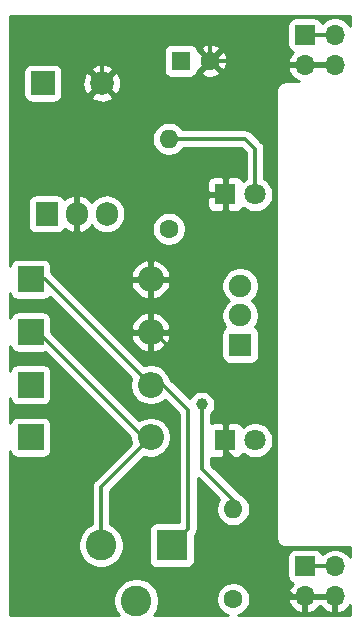
<source format=gbl>
%TF.GenerationSoftware,KiCad,Pcbnew,(5.1.8)-1*%
%TF.CreationDate,2020-12-06T17:51:36-05:00*%
%TF.ProjectId,Breadboar Power Supply v1,42726561-6462-46f6-9172-20506f776572,1.0*%
%TF.SameCoordinates,Original*%
%TF.FileFunction,Copper,L2,Bot*%
%TF.FilePolarity,Positive*%
%FSLAX46Y46*%
G04 Gerber Fmt 4.6, Leading zero omitted, Abs format (unit mm)*
G04 Created by KiCad (PCBNEW (5.1.8)-1) date 2020-12-06 17:51:36*
%MOMM*%
%LPD*%
G01*
G04 APERTURE LIST*
%TA.AperFunction,ComponentPad*%
%ADD10R,2.000000X2.000000*%
%TD*%
%TA.AperFunction,ComponentPad*%
%ADD11C,2.000000*%
%TD*%
%TA.AperFunction,ComponentPad*%
%ADD12R,1.600000X1.600000*%
%TD*%
%TA.AperFunction,ComponentPad*%
%ADD13C,1.600000*%
%TD*%
%TA.AperFunction,ComponentPad*%
%ADD14R,2.200000X2.200000*%
%TD*%
%TA.AperFunction,ComponentPad*%
%ADD15O,2.200000X2.200000*%
%TD*%
%TA.AperFunction,ComponentPad*%
%ADD16C,1.800000*%
%TD*%
%TA.AperFunction,ComponentPad*%
%ADD17R,1.800000X1.800000*%
%TD*%
%TA.AperFunction,ComponentPad*%
%ADD18R,2.600000X2.600000*%
%TD*%
%TA.AperFunction,ComponentPad*%
%ADD19C,2.600000*%
%TD*%
%TA.AperFunction,ComponentPad*%
%ADD20R,1.700000X1.700000*%
%TD*%
%TA.AperFunction,ComponentPad*%
%ADD21O,1.700000X1.700000*%
%TD*%
%TA.AperFunction,ComponentPad*%
%ADD22O,1.600000X1.600000*%
%TD*%
%TA.AperFunction,ComponentPad*%
%ADD23R,1.900000X1.900000*%
%TD*%
%TA.AperFunction,ComponentPad*%
%ADD24C,1.900000*%
%TD*%
%TA.AperFunction,ComponentPad*%
%ADD25R,1.905000X2.000000*%
%TD*%
%TA.AperFunction,ComponentPad*%
%ADD26O,1.905000X2.000000*%
%TD*%
%TA.AperFunction,ViaPad*%
%ADD27C,1.000000*%
%TD*%
%TA.AperFunction,Conductor*%
%ADD28C,0.300000*%
%TD*%
%TA.AperFunction,Conductor*%
%ADD29C,0.254000*%
%TD*%
%TA.AperFunction,Conductor*%
%ADD30C,0.100000*%
%TD*%
G04 APERTURE END LIST*
D10*
%TO.P,C1,1*%
%TO.N,/Vin*%
X175387000Y-90297000D03*
D11*
%TO.P,C1,2*%
%TO.N,/GND*%
X180387000Y-90297000D03*
%TD*%
D12*
%TO.P,C2,1*%
%TO.N,/Vout1*%
X187071000Y-88392000D03*
D13*
%TO.P,C2,2*%
%TO.N,/GND*%
X189571000Y-88392000D03*
%TD*%
D14*
%TO.P,D1,1*%
%TO.N,/Vin*%
X174349001Y-115815333D03*
D15*
%TO.P,D1,2*%
%TO.N,Net-(D1-Pad2)*%
X184509001Y-115815333D03*
%TD*%
%TO.P,D2,2*%
%TO.N,/GND*%
X184509001Y-106908001D03*
D14*
%TO.P,D2,1*%
%TO.N,Net-(D1-Pad2)*%
X174349001Y-106908001D03*
%TD*%
D15*
%TO.P,D3,2*%
%TO.N,Net-(D3-Pad2)*%
X184509001Y-120269000D03*
D14*
%TO.P,D3,1*%
%TO.N,/Vin*%
X174349001Y-120269000D03*
%TD*%
%TO.P,D4,1*%
%TO.N,Net-(D3-Pad2)*%
X174349001Y-111361667D03*
D15*
%TO.P,D4,2*%
%TO.N,/GND*%
X184509001Y-111361667D03*
%TD*%
D16*
%TO.P,D5,2*%
%TO.N,Net-(D5-Pad2)*%
X193367000Y-120523000D03*
D17*
%TO.P,D5,1*%
%TO.N,/GND*%
X190827000Y-120523000D03*
%TD*%
%TO.P,D6,1*%
%TO.N,/GND*%
X190827000Y-99695000D03*
D16*
%TO.P,D6,2*%
%TO.N,Net-(D6-Pad2)*%
X193367000Y-99695000D03*
%TD*%
D18*
%TO.P,J1,1*%
%TO.N,Net-(D1-Pad2)*%
X186309000Y-129413000D03*
D19*
%TO.P,J1,2*%
%TO.N,Net-(D3-Pad2)*%
X180309000Y-129413000D03*
%TO.P,J1,3*%
%TO.N,Net-(J1-Pad3)*%
X183309000Y-134113000D03*
%TD*%
D20*
%TO.P,J2,1*%
%TO.N,/Vout2*%
X197585000Y-86213000D03*
D21*
%TO.P,J2,2*%
X200125000Y-86213000D03*
%TO.P,J2,3*%
%TO.N,/GND*%
X197585000Y-88753000D03*
%TO.P,J2,4*%
X200125000Y-88753000D03*
%TD*%
%TO.P,J3,4*%
%TO.N,/GND*%
X200125000Y-133747000D03*
%TO.P,J3,3*%
X197585000Y-133747000D03*
%TO.P,J3,2*%
%TO.N,/Vout2*%
X200125000Y-131207000D03*
D20*
%TO.P,J3,1*%
X197585000Y-131207000D03*
%TD*%
D22*
%TO.P,R1,2*%
%TO.N,/Vout1*%
X191516000Y-126365000D03*
D13*
%TO.P,R1,1*%
%TO.N,Net-(D5-Pad2)*%
X191516000Y-133985000D03*
%TD*%
%TO.P,R2,1*%
%TO.N,/Vout2*%
X186055000Y-102616000D03*
D22*
%TO.P,R2,2*%
%TO.N,Net-(D6-Pad2)*%
X186055000Y-94996000D03*
%TD*%
D23*
%TO.P,SW1,1*%
%TO.N,/Vout2*%
X192102000Y-112454000D03*
D24*
%TO.P,SW1,2*%
%TO.N,/Vout1*%
X192102000Y-109954000D03*
%TO.P,SW1,3*%
%TO.N,Net-(SW1-Pad3)*%
X192102000Y-107454000D03*
%TD*%
D25*
%TO.P,U1,1*%
%TO.N,/Vin*%
X175709001Y-101346000D03*
D26*
%TO.P,U1,2*%
%TO.N,/GND*%
X178249001Y-101346000D03*
%TO.P,U1,3*%
%TO.N,/Vout1*%
X180789001Y-101346000D03*
%TD*%
D27*
%TO.N,/Vout1*%
X188849000Y-117475000D03*
%TD*%
D28*
%TO.N,/GND*%
X200125000Y-133747000D02*
X197585000Y-133747000D01*
X197585000Y-133747000D02*
X196612000Y-133747000D01*
X196612000Y-133747000D02*
X194437000Y-131572000D01*
X194437000Y-131572000D02*
X194437000Y-124968000D01*
X190827000Y-121358000D02*
X190827000Y-120523000D01*
X194437000Y-124968000D02*
X190827000Y-121358000D01*
X190827000Y-120523000D02*
X190827000Y-117421000D01*
X184767667Y-111361667D02*
X184509001Y-111361667D01*
X190827000Y-117421000D02*
X184767667Y-111361667D01*
X184509001Y-111361667D02*
X184509001Y-106908001D01*
X184509001Y-106908001D02*
X186207999Y-106908001D01*
X190827000Y-102289000D02*
X190827000Y-99695000D01*
X186207999Y-106908001D02*
X190827000Y-102289000D01*
X184509001Y-106908001D02*
X180822001Y-106908001D01*
X178249001Y-104335001D02*
X178249001Y-101346000D01*
X180822001Y-106908001D02*
X178249001Y-104335001D01*
X178249001Y-92434999D02*
X180387000Y-90297000D01*
X178249001Y-101346000D02*
X178249001Y-92434999D01*
X180387000Y-90297000D02*
X180387000Y-88345000D01*
X180387000Y-88345000D02*
X182880000Y-85852000D01*
X182880000Y-85852000D02*
X188849000Y-85852000D01*
X189571000Y-86574000D02*
X189571000Y-88392000D01*
X188849000Y-85852000D02*
X189571000Y-86574000D01*
X189571000Y-88392000D02*
X192151000Y-88392000D01*
X192512000Y-88753000D02*
X197585000Y-88753000D01*
X192151000Y-88392000D02*
X192512000Y-88753000D01*
X197585000Y-88753000D02*
X200125000Y-88753000D01*
%TO.N,/Vout1*%
X188849000Y-122936000D02*
X188849000Y-117475000D01*
X191516000Y-125603000D02*
X188849000Y-122936000D01*
X191516000Y-126365000D02*
X191516000Y-125603000D01*
%TO.N,Net-(D1-Pad2)*%
X175601669Y-106908001D02*
X184509001Y-115815333D01*
X174349001Y-106908001D02*
X175601669Y-106908001D01*
X184509001Y-115815333D02*
X185538333Y-115815333D01*
X185538333Y-115815333D02*
X187706000Y-117983000D01*
X187706000Y-128016000D02*
X186309000Y-129413000D01*
X187706000Y-117983000D02*
X187706000Y-128016000D01*
%TO.N,Net-(D3-Pad2)*%
X184509001Y-120269000D02*
X183769000Y-120269000D01*
X174861667Y-111361667D02*
X174349001Y-111361667D01*
X180309000Y-124469001D02*
X184509001Y-120269000D01*
X180309000Y-129413000D02*
X180309000Y-124469001D01*
X174349001Y-111361667D02*
X174988667Y-111361667D01*
X183896000Y-120269000D02*
X184509001Y-120269000D01*
X174988667Y-111361667D02*
X183896000Y-120269000D01*
%TO.N,Net-(D6-Pad2)*%
X193367000Y-95831000D02*
X193367000Y-99695000D01*
X192532000Y-94996000D02*
X193367000Y-95831000D01*
X186055000Y-94996000D02*
X192532000Y-94996000D01*
%TO.N,/Vout2*%
X200125000Y-131207000D02*
X197585000Y-131207000D01*
X200125000Y-86213000D02*
X197585000Y-86213000D01*
%TD*%
D29*
%TO.N,/GND*%
X201397001Y-85443754D02*
X201278475Y-85266368D01*
X201071632Y-85059525D01*
X200828411Y-84897010D01*
X200558158Y-84785068D01*
X200271260Y-84728000D01*
X199978740Y-84728000D01*
X199691842Y-84785068D01*
X199421589Y-84897010D01*
X199178368Y-85059525D01*
X199046513Y-85191380D01*
X199024502Y-85118820D01*
X198965537Y-85008506D01*
X198886185Y-84911815D01*
X198789494Y-84832463D01*
X198679180Y-84773498D01*
X198559482Y-84737188D01*
X198435000Y-84724928D01*
X196735000Y-84724928D01*
X196610518Y-84737188D01*
X196490820Y-84773498D01*
X196380506Y-84832463D01*
X196283815Y-84911815D01*
X196204463Y-85008506D01*
X196145498Y-85118820D01*
X196109188Y-85238518D01*
X196096928Y-85363000D01*
X196096928Y-87063000D01*
X196109188Y-87187482D01*
X196145498Y-87307180D01*
X196204463Y-87417494D01*
X196283815Y-87514185D01*
X196380506Y-87593537D01*
X196490820Y-87652502D01*
X196571466Y-87676966D01*
X196487412Y-87752731D01*
X196313359Y-87986080D01*
X196188175Y-88248901D01*
X196143524Y-88396110D01*
X196264845Y-88626000D01*
X197458000Y-88626000D01*
X197458000Y-88606000D01*
X197712000Y-88606000D01*
X197712000Y-88626000D01*
X199998000Y-88626000D01*
X199998000Y-88606000D01*
X200252000Y-88606000D01*
X200252000Y-88626000D01*
X200272000Y-88626000D01*
X200272000Y-88880000D01*
X200252000Y-88880000D01*
X200252000Y-88900000D01*
X199998000Y-88900000D01*
X199998000Y-88880000D01*
X197712000Y-88880000D01*
X197712000Y-88900000D01*
X197458000Y-88900000D01*
X197458000Y-88880000D01*
X196264845Y-88880000D01*
X196143524Y-89109890D01*
X196188175Y-89257099D01*
X196313359Y-89519920D01*
X196487412Y-89753269D01*
X196703645Y-89948178D01*
X196953748Y-90097157D01*
X197088620Y-90145000D01*
X195866419Y-90145000D01*
X195834000Y-90141807D01*
X195801581Y-90145000D01*
X195704617Y-90154550D01*
X195580207Y-90192290D01*
X195465550Y-90253575D01*
X195365052Y-90336052D01*
X195282575Y-90436550D01*
X195221290Y-90551207D01*
X195183550Y-90675617D01*
X195170807Y-90805000D01*
X195174001Y-90837429D01*
X195174000Y-128872581D01*
X195170807Y-128905000D01*
X195183550Y-129034383D01*
X195221290Y-129158793D01*
X195282575Y-129273450D01*
X195365052Y-129373948D01*
X195465550Y-129456425D01*
X195580207Y-129517710D01*
X195704617Y-129555450D01*
X195834000Y-129568193D01*
X195866419Y-129565000D01*
X201397001Y-129565000D01*
X201397001Y-130437754D01*
X201278475Y-130260368D01*
X201071632Y-130053525D01*
X200828411Y-129891010D01*
X200558158Y-129779068D01*
X200271260Y-129722000D01*
X199978740Y-129722000D01*
X199691842Y-129779068D01*
X199421589Y-129891010D01*
X199178368Y-130053525D01*
X199046513Y-130185380D01*
X199024502Y-130112820D01*
X198965537Y-130002506D01*
X198886185Y-129905815D01*
X198789494Y-129826463D01*
X198679180Y-129767498D01*
X198559482Y-129731188D01*
X198435000Y-129718928D01*
X196735000Y-129718928D01*
X196610518Y-129731188D01*
X196490820Y-129767498D01*
X196380506Y-129826463D01*
X196283815Y-129905815D01*
X196204463Y-130002506D01*
X196145498Y-130112820D01*
X196109188Y-130232518D01*
X196096928Y-130357000D01*
X196096928Y-132057000D01*
X196109188Y-132181482D01*
X196145498Y-132301180D01*
X196204463Y-132411494D01*
X196283815Y-132508185D01*
X196380506Y-132587537D01*
X196490820Y-132646502D01*
X196571466Y-132670966D01*
X196487412Y-132746731D01*
X196313359Y-132980080D01*
X196188175Y-133242901D01*
X196143524Y-133390110D01*
X196264845Y-133620000D01*
X197458000Y-133620000D01*
X197458000Y-133600000D01*
X197712000Y-133600000D01*
X197712000Y-133620000D01*
X199998000Y-133620000D01*
X199998000Y-133600000D01*
X200252000Y-133600000D01*
X200252000Y-133620000D01*
X200272000Y-133620000D01*
X200272000Y-133874000D01*
X200252000Y-133874000D01*
X200252000Y-135067814D01*
X200481891Y-135188481D01*
X200756252Y-135091157D01*
X201006355Y-134942178D01*
X201222588Y-134747269D01*
X201396641Y-134513920D01*
X201397000Y-134513166D01*
X201397000Y-135357000D01*
X191953533Y-135357000D01*
X192195727Y-135256680D01*
X192430759Y-135099637D01*
X192630637Y-134899759D01*
X192787680Y-134664727D01*
X192895853Y-134403574D01*
X192951000Y-134126335D01*
X192951000Y-134103890D01*
X196143524Y-134103890D01*
X196188175Y-134251099D01*
X196313359Y-134513920D01*
X196487412Y-134747269D01*
X196703645Y-134942178D01*
X196953748Y-135091157D01*
X197228109Y-135188481D01*
X197458000Y-135067814D01*
X197458000Y-133874000D01*
X197712000Y-133874000D01*
X197712000Y-135067814D01*
X197941891Y-135188481D01*
X198216252Y-135091157D01*
X198466355Y-134942178D01*
X198682588Y-134747269D01*
X198855000Y-134516120D01*
X199027412Y-134747269D01*
X199243645Y-134942178D01*
X199493748Y-135091157D01*
X199768109Y-135188481D01*
X199998000Y-135067814D01*
X199998000Y-133874000D01*
X197712000Y-133874000D01*
X197458000Y-133874000D01*
X196264845Y-133874000D01*
X196143524Y-134103890D01*
X192951000Y-134103890D01*
X192951000Y-133843665D01*
X192895853Y-133566426D01*
X192787680Y-133305273D01*
X192630637Y-133070241D01*
X192430759Y-132870363D01*
X192195727Y-132713320D01*
X191934574Y-132605147D01*
X191657335Y-132550000D01*
X191374665Y-132550000D01*
X191097426Y-132605147D01*
X190836273Y-132713320D01*
X190601241Y-132870363D01*
X190401363Y-133070241D01*
X190244320Y-133305273D01*
X190136147Y-133566426D01*
X190081000Y-133843665D01*
X190081000Y-134126335D01*
X190136147Y-134403574D01*
X190244320Y-134664727D01*
X190401363Y-134899759D01*
X190601241Y-135099637D01*
X190836273Y-135256680D01*
X191078467Y-135357000D01*
X184801504Y-135357000D01*
X184812013Y-135346491D01*
X185023775Y-135029566D01*
X185169639Y-134677419D01*
X185244000Y-134303581D01*
X185244000Y-133922419D01*
X185169639Y-133548581D01*
X185023775Y-133196434D01*
X184812013Y-132879509D01*
X184542491Y-132609987D01*
X184225566Y-132398225D01*
X183873419Y-132252361D01*
X183499581Y-132178000D01*
X183118419Y-132178000D01*
X182744581Y-132252361D01*
X182392434Y-132398225D01*
X182075509Y-132609987D01*
X181805987Y-132879509D01*
X181594225Y-133196434D01*
X181448361Y-133548581D01*
X181374000Y-133922419D01*
X181374000Y-134303581D01*
X181448361Y-134677419D01*
X181594225Y-135029566D01*
X181805987Y-135346491D01*
X181816496Y-135357000D01*
X172618000Y-135357000D01*
X172618000Y-121440795D01*
X172623189Y-121493482D01*
X172659499Y-121613180D01*
X172718464Y-121723494D01*
X172797816Y-121820185D01*
X172894507Y-121899537D01*
X173004821Y-121958502D01*
X173124519Y-121994812D01*
X173249001Y-122007072D01*
X175449001Y-122007072D01*
X175573483Y-121994812D01*
X175693181Y-121958502D01*
X175803495Y-121899537D01*
X175900186Y-121820185D01*
X175979538Y-121723494D01*
X176038503Y-121613180D01*
X176074813Y-121493482D01*
X176087073Y-121369000D01*
X176087073Y-119169000D01*
X176074813Y-119044518D01*
X176038503Y-118924820D01*
X175979538Y-118814506D01*
X175900186Y-118717815D01*
X175803495Y-118638463D01*
X175693181Y-118579498D01*
X175573483Y-118543188D01*
X175449001Y-118530928D01*
X173249001Y-118530928D01*
X173124519Y-118543188D01*
X173004821Y-118579498D01*
X172894507Y-118638463D01*
X172797816Y-118717815D01*
X172718464Y-118814506D01*
X172659499Y-118924820D01*
X172623189Y-119044518D01*
X172618000Y-119097205D01*
X172618000Y-116987128D01*
X172623189Y-117039815D01*
X172659499Y-117159513D01*
X172718464Y-117269827D01*
X172797816Y-117366518D01*
X172894507Y-117445870D01*
X173004821Y-117504835D01*
X173124519Y-117541145D01*
X173249001Y-117553405D01*
X175449001Y-117553405D01*
X175573483Y-117541145D01*
X175693181Y-117504835D01*
X175803495Y-117445870D01*
X175900186Y-117366518D01*
X175979538Y-117269827D01*
X176038503Y-117159513D01*
X176074813Y-117039815D01*
X176087073Y-116915333D01*
X176087073Y-114715333D01*
X176074813Y-114590851D01*
X176038503Y-114471153D01*
X175979538Y-114360839D01*
X175900186Y-114264148D01*
X175803495Y-114184796D01*
X175693181Y-114125831D01*
X175573483Y-114089521D01*
X175449001Y-114077261D01*
X173249001Y-114077261D01*
X173124519Y-114089521D01*
X173004821Y-114125831D01*
X172894507Y-114184796D01*
X172797816Y-114264148D01*
X172718464Y-114360839D01*
X172659499Y-114471153D01*
X172623189Y-114590851D01*
X172618000Y-114643538D01*
X172618000Y-112533462D01*
X172623189Y-112586149D01*
X172659499Y-112705847D01*
X172718464Y-112816161D01*
X172797816Y-112912852D01*
X172894507Y-112992204D01*
X173004821Y-113051169D01*
X173124519Y-113087479D01*
X173249001Y-113099739D01*
X175449001Y-113099739D01*
X175573483Y-113087479D01*
X175597144Y-113080301D01*
X182774001Y-120257159D01*
X182774001Y-120439883D01*
X182840676Y-120775081D01*
X182855932Y-120811912D01*
X179781185Y-123886659D01*
X179751237Y-123911237D01*
X179726659Y-123941185D01*
X179726655Y-123941189D01*
X179693690Y-123981357D01*
X179653139Y-124030768D01*
X179614177Y-124103661D01*
X179580246Y-124167142D01*
X179535359Y-124315115D01*
X179520203Y-124469001D01*
X179524001Y-124507564D01*
X179524000Y-127643728D01*
X179392434Y-127698225D01*
X179075509Y-127909987D01*
X178805987Y-128179509D01*
X178594225Y-128496434D01*
X178448361Y-128848581D01*
X178374000Y-129222419D01*
X178374000Y-129603581D01*
X178448361Y-129977419D01*
X178594225Y-130329566D01*
X178805987Y-130646491D01*
X179075509Y-130916013D01*
X179392434Y-131127775D01*
X179744581Y-131273639D01*
X180118419Y-131348000D01*
X180499581Y-131348000D01*
X180873419Y-131273639D01*
X181225566Y-131127775D01*
X181542491Y-130916013D01*
X181812013Y-130646491D01*
X182023775Y-130329566D01*
X182169639Y-129977419D01*
X182244000Y-129603581D01*
X182244000Y-129222419D01*
X182169639Y-128848581D01*
X182023775Y-128496434D01*
X181812013Y-128179509D01*
X181542491Y-127909987D01*
X181225566Y-127698225D01*
X181094000Y-127643729D01*
X181094000Y-124794158D01*
X183966089Y-121922069D01*
X184002920Y-121937325D01*
X184338118Y-122004000D01*
X184679884Y-122004000D01*
X185015082Y-121937325D01*
X185330832Y-121806537D01*
X185614999Y-121616663D01*
X185856664Y-121374998D01*
X186046538Y-121090831D01*
X186177326Y-120775081D01*
X186244001Y-120439883D01*
X186244001Y-120098117D01*
X186177326Y-119762919D01*
X186046538Y-119447169D01*
X185856664Y-119163002D01*
X185614999Y-118921337D01*
X185330832Y-118731463D01*
X185015082Y-118600675D01*
X184679884Y-118534000D01*
X184338118Y-118534000D01*
X184002920Y-118600675D01*
X183687170Y-118731463D01*
X183556159Y-118819001D01*
X176087073Y-111349916D01*
X176087073Y-110261667D01*
X176074813Y-110137185D01*
X176038503Y-110017487D01*
X175979538Y-109907173D01*
X175900186Y-109810482D01*
X175803495Y-109731130D01*
X175693181Y-109672165D01*
X175573483Y-109635855D01*
X175449001Y-109623595D01*
X173249001Y-109623595D01*
X173124519Y-109635855D01*
X173004821Y-109672165D01*
X172894507Y-109731130D01*
X172797816Y-109810482D01*
X172718464Y-109907173D01*
X172659499Y-110017487D01*
X172623189Y-110137185D01*
X172618000Y-110189872D01*
X172618000Y-108079796D01*
X172623189Y-108132483D01*
X172659499Y-108252181D01*
X172718464Y-108362495D01*
X172797816Y-108459186D01*
X172894507Y-108538538D01*
X173004821Y-108597503D01*
X173124519Y-108633813D01*
X173249001Y-108646073D01*
X175449001Y-108646073D01*
X175573483Y-108633813D01*
X175693181Y-108597503D01*
X175803495Y-108538538D01*
X175900186Y-108459186D01*
X175964423Y-108380912D01*
X182855932Y-115272421D01*
X182840676Y-115309252D01*
X182774001Y-115644450D01*
X182774001Y-115986216D01*
X182840676Y-116321414D01*
X182971464Y-116637164D01*
X183161338Y-116921331D01*
X183403003Y-117162996D01*
X183687170Y-117352870D01*
X184002920Y-117483658D01*
X184338118Y-117550333D01*
X184679884Y-117550333D01*
X185015082Y-117483658D01*
X185330832Y-117352870D01*
X185614999Y-117162996D01*
X185695419Y-117082576D01*
X186921000Y-118308158D01*
X186921001Y-127474928D01*
X185009000Y-127474928D01*
X184884518Y-127487188D01*
X184764820Y-127523498D01*
X184654506Y-127582463D01*
X184557815Y-127661815D01*
X184478463Y-127758506D01*
X184419498Y-127868820D01*
X184383188Y-127988518D01*
X184370928Y-128113000D01*
X184370928Y-130713000D01*
X184383188Y-130837482D01*
X184419498Y-130957180D01*
X184478463Y-131067494D01*
X184557815Y-131164185D01*
X184654506Y-131243537D01*
X184764820Y-131302502D01*
X184884518Y-131338812D01*
X185009000Y-131351072D01*
X187609000Y-131351072D01*
X187733482Y-131338812D01*
X187853180Y-131302502D01*
X187963494Y-131243537D01*
X188060185Y-131164185D01*
X188139537Y-131067494D01*
X188198502Y-130957180D01*
X188234812Y-130837482D01*
X188247072Y-130713000D01*
X188247072Y-128587463D01*
X188263764Y-128573764D01*
X188294306Y-128536550D01*
X188327228Y-128496434D01*
X188361862Y-128454233D01*
X188434754Y-128317860D01*
X188479641Y-128169887D01*
X188491000Y-128054561D01*
X188491000Y-128054554D01*
X188494797Y-128016001D01*
X188491000Y-127977448D01*
X188491000Y-123688157D01*
X190341971Y-125539128D01*
X190244320Y-125685273D01*
X190136147Y-125946426D01*
X190081000Y-126223665D01*
X190081000Y-126506335D01*
X190136147Y-126783574D01*
X190244320Y-127044727D01*
X190401363Y-127279759D01*
X190601241Y-127479637D01*
X190836273Y-127636680D01*
X191097426Y-127744853D01*
X191374665Y-127800000D01*
X191657335Y-127800000D01*
X191934574Y-127744853D01*
X192195727Y-127636680D01*
X192430759Y-127479637D01*
X192630637Y-127279759D01*
X192787680Y-127044727D01*
X192895853Y-126783574D01*
X192951000Y-126506335D01*
X192951000Y-126223665D01*
X192895853Y-125946426D01*
X192787680Y-125685273D01*
X192630637Y-125450241D01*
X192430759Y-125250363D01*
X192195727Y-125093320D01*
X192067774Y-125040320D01*
X192043810Y-125020653D01*
X189634000Y-122610843D01*
X189634000Y-121986407D01*
X189682820Y-122012502D01*
X189802518Y-122048812D01*
X189927000Y-122061072D01*
X190541250Y-122058000D01*
X190700000Y-121899250D01*
X190700000Y-120650000D01*
X190680000Y-120650000D01*
X190680000Y-120396000D01*
X190700000Y-120396000D01*
X190700000Y-119146750D01*
X190954000Y-119146750D01*
X190954000Y-120396000D01*
X190974000Y-120396000D01*
X190974000Y-120650000D01*
X190954000Y-120650000D01*
X190954000Y-121899250D01*
X191112750Y-122058000D01*
X191727000Y-122061072D01*
X191851482Y-122048812D01*
X191971180Y-122012502D01*
X192081494Y-121953537D01*
X192178185Y-121874185D01*
X192257537Y-121777494D01*
X192316502Y-121667180D01*
X192322056Y-121648873D01*
X192388495Y-121715312D01*
X192639905Y-121883299D01*
X192919257Y-121999011D01*
X193215816Y-122058000D01*
X193518184Y-122058000D01*
X193814743Y-121999011D01*
X194094095Y-121883299D01*
X194345505Y-121715312D01*
X194559312Y-121501505D01*
X194727299Y-121250095D01*
X194843011Y-120970743D01*
X194902000Y-120674184D01*
X194902000Y-120371816D01*
X194843011Y-120075257D01*
X194727299Y-119795905D01*
X194559312Y-119544495D01*
X194345505Y-119330688D01*
X194094095Y-119162701D01*
X193814743Y-119046989D01*
X193518184Y-118988000D01*
X193215816Y-118988000D01*
X192919257Y-119046989D01*
X192639905Y-119162701D01*
X192388495Y-119330688D01*
X192322056Y-119397127D01*
X192316502Y-119378820D01*
X192257537Y-119268506D01*
X192178185Y-119171815D01*
X192081494Y-119092463D01*
X191971180Y-119033498D01*
X191851482Y-118997188D01*
X191727000Y-118984928D01*
X191112750Y-118988000D01*
X190954000Y-119146750D01*
X190700000Y-119146750D01*
X190541250Y-118988000D01*
X189927000Y-118984928D01*
X189802518Y-118997188D01*
X189682820Y-119033498D01*
X189634000Y-119059593D01*
X189634000Y-118295132D01*
X189730612Y-118198520D01*
X189854824Y-118012624D01*
X189940383Y-117806067D01*
X189984000Y-117586788D01*
X189984000Y-117363212D01*
X189940383Y-117143933D01*
X189854824Y-116937376D01*
X189730612Y-116751480D01*
X189572520Y-116593388D01*
X189386624Y-116469176D01*
X189180067Y-116383617D01*
X188960788Y-116340000D01*
X188737212Y-116340000D01*
X188517933Y-116383617D01*
X188311376Y-116469176D01*
X188125480Y-116593388D01*
X187967388Y-116751480D01*
X187843176Y-116937376D01*
X187821900Y-116988742D01*
X186185996Y-115352839D01*
X186177326Y-115309252D01*
X186046538Y-114993502D01*
X185856664Y-114709335D01*
X185614999Y-114467670D01*
X185330832Y-114277796D01*
X185015082Y-114147008D01*
X184679884Y-114080333D01*
X184338118Y-114080333D01*
X184002920Y-114147008D01*
X183966089Y-114162264D01*
X181561614Y-111757789D01*
X182819826Y-111757789D01*
X182884426Y-111970761D01*
X183034470Y-112275996D01*
X183241179Y-112546094D01*
X183496610Y-112770675D01*
X183790947Y-112941109D01*
X184112878Y-113050846D01*
X184382001Y-112933267D01*
X184382001Y-111488667D01*
X184636001Y-111488667D01*
X184636001Y-112933267D01*
X184905124Y-113050846D01*
X185227055Y-112941109D01*
X185521392Y-112770675D01*
X185776823Y-112546094D01*
X185983532Y-112275996D01*
X186133576Y-111970761D01*
X186198176Y-111757789D01*
X186086852Y-111504000D01*
X190513928Y-111504000D01*
X190513928Y-113404000D01*
X190526188Y-113528482D01*
X190562498Y-113648180D01*
X190621463Y-113758494D01*
X190700815Y-113855185D01*
X190797506Y-113934537D01*
X190907820Y-113993502D01*
X191027518Y-114029812D01*
X191152000Y-114042072D01*
X193052000Y-114042072D01*
X193176482Y-114029812D01*
X193296180Y-113993502D01*
X193406494Y-113934537D01*
X193503185Y-113855185D01*
X193582537Y-113758494D01*
X193641502Y-113648180D01*
X193677812Y-113528482D01*
X193690072Y-113404000D01*
X193690072Y-111504000D01*
X193677812Y-111379518D01*
X193641502Y-111259820D01*
X193582537Y-111149506D01*
X193503185Y-111052815D01*
X193406494Y-110973463D01*
X193347979Y-110942186D01*
X193506609Y-110704779D01*
X193626089Y-110416327D01*
X193687000Y-110110109D01*
X193687000Y-109797891D01*
X193626089Y-109491673D01*
X193506609Y-109203221D01*
X193333150Y-108943621D01*
X193112379Y-108722850D01*
X193084168Y-108704000D01*
X193112379Y-108685150D01*
X193333150Y-108464379D01*
X193506609Y-108204779D01*
X193626089Y-107916327D01*
X193687000Y-107610109D01*
X193687000Y-107297891D01*
X193626089Y-106991673D01*
X193506609Y-106703221D01*
X193333150Y-106443621D01*
X193112379Y-106222850D01*
X192852779Y-106049391D01*
X192564327Y-105929911D01*
X192258109Y-105869000D01*
X191945891Y-105869000D01*
X191639673Y-105929911D01*
X191351221Y-106049391D01*
X191091621Y-106222850D01*
X190870850Y-106443621D01*
X190697391Y-106703221D01*
X190577911Y-106991673D01*
X190517000Y-107297891D01*
X190517000Y-107610109D01*
X190577911Y-107916327D01*
X190697391Y-108204779D01*
X190870850Y-108464379D01*
X191091621Y-108685150D01*
X191119832Y-108704000D01*
X191091621Y-108722850D01*
X190870850Y-108943621D01*
X190697391Y-109203221D01*
X190577911Y-109491673D01*
X190517000Y-109797891D01*
X190517000Y-110110109D01*
X190577911Y-110416327D01*
X190697391Y-110704779D01*
X190856021Y-110942186D01*
X190797506Y-110973463D01*
X190700815Y-111052815D01*
X190621463Y-111149506D01*
X190562498Y-111259820D01*
X190526188Y-111379518D01*
X190513928Y-111504000D01*
X186086852Y-111504000D01*
X186080126Y-111488667D01*
X184636001Y-111488667D01*
X184382001Y-111488667D01*
X182937876Y-111488667D01*
X182819826Y-111757789D01*
X181561614Y-111757789D01*
X180769370Y-110965545D01*
X182819826Y-110965545D01*
X182937876Y-111234667D01*
X184382001Y-111234667D01*
X184382001Y-109790067D01*
X184636001Y-109790067D01*
X184636001Y-111234667D01*
X186080126Y-111234667D01*
X186198176Y-110965545D01*
X186133576Y-110752573D01*
X185983532Y-110447338D01*
X185776823Y-110177240D01*
X185521392Y-109952659D01*
X185227055Y-109782225D01*
X184905124Y-109672488D01*
X184636001Y-109790067D01*
X184382001Y-109790067D01*
X184112878Y-109672488D01*
X183790947Y-109782225D01*
X183496610Y-109952659D01*
X183241179Y-110177240D01*
X183034470Y-110447338D01*
X182884426Y-110752573D01*
X182819826Y-110965545D01*
X180769370Y-110965545D01*
X177107948Y-107304123D01*
X182819826Y-107304123D01*
X182884426Y-107517095D01*
X183034470Y-107822330D01*
X183241179Y-108092428D01*
X183496610Y-108317009D01*
X183790947Y-108487443D01*
X184112878Y-108597180D01*
X184382001Y-108479601D01*
X184382001Y-107035001D01*
X184636001Y-107035001D01*
X184636001Y-108479601D01*
X184905124Y-108597180D01*
X185227055Y-108487443D01*
X185521392Y-108317009D01*
X185776823Y-108092428D01*
X185983532Y-107822330D01*
X186133576Y-107517095D01*
X186198176Y-107304123D01*
X186080126Y-107035001D01*
X184636001Y-107035001D01*
X184382001Y-107035001D01*
X182937876Y-107035001D01*
X182819826Y-107304123D01*
X177107948Y-107304123D01*
X176315704Y-106511879D01*
X182819826Y-106511879D01*
X182937876Y-106781001D01*
X184382001Y-106781001D01*
X184382001Y-105336401D01*
X184636001Y-105336401D01*
X184636001Y-106781001D01*
X186080126Y-106781001D01*
X186198176Y-106511879D01*
X186133576Y-106298907D01*
X185983532Y-105993672D01*
X185776823Y-105723574D01*
X185521392Y-105498993D01*
X185227055Y-105328559D01*
X184905124Y-105218822D01*
X184636001Y-105336401D01*
X184382001Y-105336401D01*
X184112878Y-105218822D01*
X183790947Y-105328559D01*
X183496610Y-105498993D01*
X183241179Y-105723574D01*
X183034470Y-105993672D01*
X182884426Y-106298907D01*
X182819826Y-106511879D01*
X176315704Y-106511879D01*
X176184016Y-106380191D01*
X176159433Y-106350237D01*
X176087073Y-106290852D01*
X176087073Y-105808001D01*
X176074813Y-105683519D01*
X176038503Y-105563821D01*
X175979538Y-105453507D01*
X175900186Y-105356816D01*
X175803495Y-105277464D01*
X175693181Y-105218499D01*
X175573483Y-105182189D01*
X175449001Y-105169929D01*
X173249001Y-105169929D01*
X173124519Y-105182189D01*
X173004821Y-105218499D01*
X172894507Y-105277464D01*
X172797816Y-105356816D01*
X172718464Y-105453507D01*
X172659499Y-105563821D01*
X172623189Y-105683519D01*
X172618000Y-105736206D01*
X172618000Y-100346000D01*
X174118429Y-100346000D01*
X174118429Y-102346000D01*
X174130689Y-102470482D01*
X174166999Y-102590180D01*
X174225964Y-102700494D01*
X174305316Y-102797185D01*
X174402007Y-102876537D01*
X174512321Y-102935502D01*
X174632019Y-102971812D01*
X174756501Y-102984072D01*
X176661501Y-102984072D01*
X176785983Y-102971812D01*
X176905681Y-102935502D01*
X177015995Y-102876537D01*
X177112686Y-102797185D01*
X177192038Y-102700494D01*
X177241060Y-102608781D01*
X177382078Y-102721969D01*
X177657907Y-102865571D01*
X177876021Y-102936563D01*
X178122001Y-102816594D01*
X178122001Y-101473000D01*
X178102001Y-101473000D01*
X178102001Y-101219000D01*
X178122001Y-101219000D01*
X178122001Y-99875406D01*
X178376001Y-99875406D01*
X178376001Y-101219000D01*
X178396001Y-101219000D01*
X178396001Y-101473000D01*
X178376001Y-101473000D01*
X178376001Y-102816594D01*
X178621981Y-102936563D01*
X178840095Y-102865571D01*
X179115924Y-102721969D01*
X179358438Y-102527315D01*
X179513838Y-102342101D01*
X179661038Y-102521463D01*
X179902767Y-102719845D01*
X180178553Y-102867255D01*
X180477798Y-102958030D01*
X180789001Y-102988681D01*
X181100205Y-102958030D01*
X181399450Y-102867255D01*
X181675236Y-102719845D01*
X181916964Y-102521463D01*
X181955370Y-102474665D01*
X184620000Y-102474665D01*
X184620000Y-102757335D01*
X184675147Y-103034574D01*
X184783320Y-103295727D01*
X184940363Y-103530759D01*
X185140241Y-103730637D01*
X185375273Y-103887680D01*
X185636426Y-103995853D01*
X185913665Y-104051000D01*
X186196335Y-104051000D01*
X186473574Y-103995853D01*
X186734727Y-103887680D01*
X186969759Y-103730637D01*
X187169637Y-103530759D01*
X187326680Y-103295727D01*
X187434853Y-103034574D01*
X187490000Y-102757335D01*
X187490000Y-102474665D01*
X187434853Y-102197426D01*
X187326680Y-101936273D01*
X187169637Y-101701241D01*
X186969759Y-101501363D01*
X186734727Y-101344320D01*
X186473574Y-101236147D01*
X186196335Y-101181000D01*
X185913665Y-101181000D01*
X185636426Y-101236147D01*
X185375273Y-101344320D01*
X185140241Y-101501363D01*
X184940363Y-101701241D01*
X184783320Y-101936273D01*
X184675147Y-102197426D01*
X184620000Y-102474665D01*
X181955370Y-102474665D01*
X182115346Y-102279734D01*
X182262756Y-102003948D01*
X182353531Y-101704703D01*
X182376501Y-101471485D01*
X182376501Y-101220514D01*
X182353531Y-100987296D01*
X182262756Y-100688051D01*
X182213020Y-100595000D01*
X189288928Y-100595000D01*
X189301188Y-100719482D01*
X189337498Y-100839180D01*
X189396463Y-100949494D01*
X189475815Y-101046185D01*
X189572506Y-101125537D01*
X189682820Y-101184502D01*
X189802518Y-101220812D01*
X189927000Y-101233072D01*
X190541250Y-101230000D01*
X190700000Y-101071250D01*
X190700000Y-99822000D01*
X189450750Y-99822000D01*
X189292000Y-99980750D01*
X189288928Y-100595000D01*
X182213020Y-100595000D01*
X182115346Y-100412265D01*
X181916964Y-100170537D01*
X181675235Y-99972155D01*
X181399449Y-99824745D01*
X181100204Y-99733970D01*
X180789001Y-99703319D01*
X180477797Y-99733970D01*
X180178552Y-99824745D01*
X179902766Y-99972155D01*
X179661038Y-100170537D01*
X179513839Y-100349900D01*
X179358438Y-100164685D01*
X179115924Y-99970031D01*
X178840095Y-99826429D01*
X178621981Y-99755437D01*
X178376001Y-99875406D01*
X178122001Y-99875406D01*
X177876021Y-99755437D01*
X177657907Y-99826429D01*
X177382078Y-99970031D01*
X177241060Y-100083219D01*
X177192038Y-99991506D01*
X177112686Y-99894815D01*
X177015995Y-99815463D01*
X176905681Y-99756498D01*
X176785983Y-99720188D01*
X176661501Y-99707928D01*
X174756501Y-99707928D01*
X174632019Y-99720188D01*
X174512321Y-99756498D01*
X174402007Y-99815463D01*
X174305316Y-99894815D01*
X174225964Y-99991506D01*
X174166999Y-100101820D01*
X174130689Y-100221518D01*
X174118429Y-100346000D01*
X172618000Y-100346000D01*
X172618000Y-98795000D01*
X189288928Y-98795000D01*
X189292000Y-99409250D01*
X189450750Y-99568000D01*
X190700000Y-99568000D01*
X190700000Y-98318750D01*
X190541250Y-98160000D01*
X189927000Y-98156928D01*
X189802518Y-98169188D01*
X189682820Y-98205498D01*
X189572506Y-98264463D01*
X189475815Y-98343815D01*
X189396463Y-98440506D01*
X189337498Y-98550820D01*
X189301188Y-98670518D01*
X189288928Y-98795000D01*
X172618000Y-98795000D01*
X172618000Y-94854665D01*
X184620000Y-94854665D01*
X184620000Y-95137335D01*
X184675147Y-95414574D01*
X184783320Y-95675727D01*
X184940363Y-95910759D01*
X185140241Y-96110637D01*
X185375273Y-96267680D01*
X185636426Y-96375853D01*
X185913665Y-96431000D01*
X186196335Y-96431000D01*
X186473574Y-96375853D01*
X186734727Y-96267680D01*
X186969759Y-96110637D01*
X187169637Y-95910759D01*
X187256339Y-95781000D01*
X192206843Y-95781000D01*
X192582000Y-96156158D01*
X192582001Y-98373391D01*
X192388495Y-98502688D01*
X192322056Y-98569127D01*
X192316502Y-98550820D01*
X192257537Y-98440506D01*
X192178185Y-98343815D01*
X192081494Y-98264463D01*
X191971180Y-98205498D01*
X191851482Y-98169188D01*
X191727000Y-98156928D01*
X191112750Y-98160000D01*
X190954000Y-98318750D01*
X190954000Y-99568000D01*
X190974000Y-99568000D01*
X190974000Y-99822000D01*
X190954000Y-99822000D01*
X190954000Y-101071250D01*
X191112750Y-101230000D01*
X191727000Y-101233072D01*
X191851482Y-101220812D01*
X191971180Y-101184502D01*
X192081494Y-101125537D01*
X192178185Y-101046185D01*
X192257537Y-100949494D01*
X192316502Y-100839180D01*
X192322056Y-100820873D01*
X192388495Y-100887312D01*
X192639905Y-101055299D01*
X192919257Y-101171011D01*
X193215816Y-101230000D01*
X193518184Y-101230000D01*
X193814743Y-101171011D01*
X194094095Y-101055299D01*
X194345505Y-100887312D01*
X194559312Y-100673505D01*
X194727299Y-100422095D01*
X194843011Y-100142743D01*
X194902000Y-99846184D01*
X194902000Y-99543816D01*
X194843011Y-99247257D01*
X194727299Y-98967905D01*
X194559312Y-98716495D01*
X194345505Y-98502688D01*
X194152000Y-98373392D01*
X194152000Y-95869552D01*
X194155797Y-95830999D01*
X194152000Y-95792446D01*
X194152000Y-95792439D01*
X194140641Y-95677113D01*
X194095754Y-95529140D01*
X194022862Y-95392767D01*
X193924764Y-95273236D01*
X193894817Y-95248659D01*
X193114347Y-94468190D01*
X193089764Y-94438236D01*
X192970233Y-94340138D01*
X192833860Y-94267246D01*
X192685887Y-94222359D01*
X192570561Y-94211000D01*
X192570553Y-94211000D01*
X192532000Y-94207203D01*
X192493447Y-94211000D01*
X187256339Y-94211000D01*
X187169637Y-94081241D01*
X186969759Y-93881363D01*
X186734727Y-93724320D01*
X186473574Y-93616147D01*
X186196335Y-93561000D01*
X185913665Y-93561000D01*
X185636426Y-93616147D01*
X185375273Y-93724320D01*
X185140241Y-93881363D01*
X184940363Y-94081241D01*
X184783320Y-94316273D01*
X184675147Y-94577426D01*
X184620000Y-94854665D01*
X172618000Y-94854665D01*
X172618000Y-89297000D01*
X173748928Y-89297000D01*
X173748928Y-91297000D01*
X173761188Y-91421482D01*
X173797498Y-91541180D01*
X173856463Y-91651494D01*
X173935815Y-91748185D01*
X174032506Y-91827537D01*
X174142820Y-91886502D01*
X174262518Y-91922812D01*
X174387000Y-91935072D01*
X176387000Y-91935072D01*
X176511482Y-91922812D01*
X176631180Y-91886502D01*
X176741494Y-91827537D01*
X176838185Y-91748185D01*
X176917537Y-91651494D01*
X176976502Y-91541180D01*
X177009496Y-91432413D01*
X179431192Y-91432413D01*
X179526956Y-91696814D01*
X179816571Y-91837704D01*
X180128108Y-91919384D01*
X180449595Y-91938718D01*
X180768675Y-91894961D01*
X181073088Y-91789795D01*
X181247044Y-91696814D01*
X181342808Y-91432413D01*
X180387000Y-90476605D01*
X179431192Y-91432413D01*
X177009496Y-91432413D01*
X177012812Y-91421482D01*
X177025072Y-91297000D01*
X177025072Y-90359595D01*
X178745282Y-90359595D01*
X178789039Y-90678675D01*
X178894205Y-90983088D01*
X178987186Y-91157044D01*
X179251587Y-91252808D01*
X180207395Y-90297000D01*
X180566605Y-90297000D01*
X181522413Y-91252808D01*
X181786814Y-91157044D01*
X181927704Y-90867429D01*
X182009384Y-90555892D01*
X182028718Y-90234405D01*
X181984961Y-89915325D01*
X181879795Y-89610912D01*
X181786814Y-89436956D01*
X181522413Y-89341192D01*
X180566605Y-90297000D01*
X180207395Y-90297000D01*
X179251587Y-89341192D01*
X178987186Y-89436956D01*
X178846296Y-89726571D01*
X178764616Y-90038108D01*
X178745282Y-90359595D01*
X177025072Y-90359595D01*
X177025072Y-89297000D01*
X177012812Y-89172518D01*
X177009497Y-89161587D01*
X179431192Y-89161587D01*
X180387000Y-90117395D01*
X181342808Y-89161587D01*
X181247044Y-88897186D01*
X180957429Y-88756296D01*
X180645892Y-88674616D01*
X180324405Y-88655282D01*
X180005325Y-88699039D01*
X179700912Y-88804205D01*
X179526956Y-88897186D01*
X179431192Y-89161587D01*
X177009497Y-89161587D01*
X176976502Y-89052820D01*
X176917537Y-88942506D01*
X176838185Y-88845815D01*
X176741494Y-88766463D01*
X176631180Y-88707498D01*
X176511482Y-88671188D01*
X176387000Y-88658928D01*
X174387000Y-88658928D01*
X174262518Y-88671188D01*
X174142820Y-88707498D01*
X174032506Y-88766463D01*
X173935815Y-88845815D01*
X173856463Y-88942506D01*
X173797498Y-89052820D01*
X173761188Y-89172518D01*
X173748928Y-89297000D01*
X172618000Y-89297000D01*
X172618000Y-87592000D01*
X185632928Y-87592000D01*
X185632928Y-89192000D01*
X185645188Y-89316482D01*
X185681498Y-89436180D01*
X185740463Y-89546494D01*
X185819815Y-89643185D01*
X185916506Y-89722537D01*
X186026820Y-89781502D01*
X186146518Y-89817812D01*
X186271000Y-89830072D01*
X187871000Y-89830072D01*
X187995482Y-89817812D01*
X188115180Y-89781502D01*
X188225494Y-89722537D01*
X188322185Y-89643185D01*
X188401537Y-89546494D01*
X188460502Y-89436180D01*
X188476117Y-89384702D01*
X188757903Y-89384702D01*
X188829486Y-89628671D01*
X189084996Y-89749571D01*
X189359184Y-89818300D01*
X189641512Y-89832217D01*
X189921130Y-89790787D01*
X190187292Y-89695603D01*
X190312514Y-89628671D01*
X190384097Y-89384702D01*
X189571000Y-88571605D01*
X188757903Y-89384702D01*
X188476117Y-89384702D01*
X188496812Y-89316482D01*
X188509072Y-89192000D01*
X188509072Y-89184785D01*
X188578298Y-89205097D01*
X189391395Y-88392000D01*
X189750605Y-88392000D01*
X190563702Y-89205097D01*
X190807671Y-89133514D01*
X190928571Y-88878004D01*
X190997300Y-88603816D01*
X191011217Y-88321488D01*
X190969787Y-88041870D01*
X190874603Y-87775708D01*
X190807671Y-87650486D01*
X190563702Y-87578903D01*
X189750605Y-88392000D01*
X189391395Y-88392000D01*
X188578298Y-87578903D01*
X188509072Y-87599215D01*
X188509072Y-87592000D01*
X188496812Y-87467518D01*
X188476118Y-87399298D01*
X188757903Y-87399298D01*
X189571000Y-88212395D01*
X190384097Y-87399298D01*
X190312514Y-87155329D01*
X190057004Y-87034429D01*
X189782816Y-86965700D01*
X189500488Y-86951783D01*
X189220870Y-86993213D01*
X188954708Y-87088397D01*
X188829486Y-87155329D01*
X188757903Y-87399298D01*
X188476118Y-87399298D01*
X188460502Y-87347820D01*
X188401537Y-87237506D01*
X188322185Y-87140815D01*
X188225494Y-87061463D01*
X188115180Y-87002498D01*
X187995482Y-86966188D01*
X187871000Y-86953928D01*
X186271000Y-86953928D01*
X186146518Y-86966188D01*
X186026820Y-87002498D01*
X185916506Y-87061463D01*
X185819815Y-87140815D01*
X185740463Y-87237506D01*
X185681498Y-87347820D01*
X185645188Y-87467518D01*
X185632928Y-87592000D01*
X172618000Y-87592000D01*
X172618000Y-84607000D01*
X201397001Y-84607000D01*
X201397001Y-85443754D01*
%TA.AperFunction,Conductor*%
D30*
G36*
X201397001Y-85443754D02*
G01*
X201278475Y-85266368D01*
X201071632Y-85059525D01*
X200828411Y-84897010D01*
X200558158Y-84785068D01*
X200271260Y-84728000D01*
X199978740Y-84728000D01*
X199691842Y-84785068D01*
X199421589Y-84897010D01*
X199178368Y-85059525D01*
X199046513Y-85191380D01*
X199024502Y-85118820D01*
X198965537Y-85008506D01*
X198886185Y-84911815D01*
X198789494Y-84832463D01*
X198679180Y-84773498D01*
X198559482Y-84737188D01*
X198435000Y-84724928D01*
X196735000Y-84724928D01*
X196610518Y-84737188D01*
X196490820Y-84773498D01*
X196380506Y-84832463D01*
X196283815Y-84911815D01*
X196204463Y-85008506D01*
X196145498Y-85118820D01*
X196109188Y-85238518D01*
X196096928Y-85363000D01*
X196096928Y-87063000D01*
X196109188Y-87187482D01*
X196145498Y-87307180D01*
X196204463Y-87417494D01*
X196283815Y-87514185D01*
X196380506Y-87593537D01*
X196490820Y-87652502D01*
X196571466Y-87676966D01*
X196487412Y-87752731D01*
X196313359Y-87986080D01*
X196188175Y-88248901D01*
X196143524Y-88396110D01*
X196264845Y-88626000D01*
X197458000Y-88626000D01*
X197458000Y-88606000D01*
X197712000Y-88606000D01*
X197712000Y-88626000D01*
X199998000Y-88626000D01*
X199998000Y-88606000D01*
X200252000Y-88606000D01*
X200252000Y-88626000D01*
X200272000Y-88626000D01*
X200272000Y-88880000D01*
X200252000Y-88880000D01*
X200252000Y-88900000D01*
X199998000Y-88900000D01*
X199998000Y-88880000D01*
X197712000Y-88880000D01*
X197712000Y-88900000D01*
X197458000Y-88900000D01*
X197458000Y-88880000D01*
X196264845Y-88880000D01*
X196143524Y-89109890D01*
X196188175Y-89257099D01*
X196313359Y-89519920D01*
X196487412Y-89753269D01*
X196703645Y-89948178D01*
X196953748Y-90097157D01*
X197088620Y-90145000D01*
X195866419Y-90145000D01*
X195834000Y-90141807D01*
X195801581Y-90145000D01*
X195704617Y-90154550D01*
X195580207Y-90192290D01*
X195465550Y-90253575D01*
X195365052Y-90336052D01*
X195282575Y-90436550D01*
X195221290Y-90551207D01*
X195183550Y-90675617D01*
X195170807Y-90805000D01*
X195174001Y-90837429D01*
X195174000Y-128872581D01*
X195170807Y-128905000D01*
X195183550Y-129034383D01*
X195221290Y-129158793D01*
X195282575Y-129273450D01*
X195365052Y-129373948D01*
X195465550Y-129456425D01*
X195580207Y-129517710D01*
X195704617Y-129555450D01*
X195834000Y-129568193D01*
X195866419Y-129565000D01*
X201397001Y-129565000D01*
X201397001Y-130437754D01*
X201278475Y-130260368D01*
X201071632Y-130053525D01*
X200828411Y-129891010D01*
X200558158Y-129779068D01*
X200271260Y-129722000D01*
X199978740Y-129722000D01*
X199691842Y-129779068D01*
X199421589Y-129891010D01*
X199178368Y-130053525D01*
X199046513Y-130185380D01*
X199024502Y-130112820D01*
X198965537Y-130002506D01*
X198886185Y-129905815D01*
X198789494Y-129826463D01*
X198679180Y-129767498D01*
X198559482Y-129731188D01*
X198435000Y-129718928D01*
X196735000Y-129718928D01*
X196610518Y-129731188D01*
X196490820Y-129767498D01*
X196380506Y-129826463D01*
X196283815Y-129905815D01*
X196204463Y-130002506D01*
X196145498Y-130112820D01*
X196109188Y-130232518D01*
X196096928Y-130357000D01*
X196096928Y-132057000D01*
X196109188Y-132181482D01*
X196145498Y-132301180D01*
X196204463Y-132411494D01*
X196283815Y-132508185D01*
X196380506Y-132587537D01*
X196490820Y-132646502D01*
X196571466Y-132670966D01*
X196487412Y-132746731D01*
X196313359Y-132980080D01*
X196188175Y-133242901D01*
X196143524Y-133390110D01*
X196264845Y-133620000D01*
X197458000Y-133620000D01*
X197458000Y-133600000D01*
X197712000Y-133600000D01*
X197712000Y-133620000D01*
X199998000Y-133620000D01*
X199998000Y-133600000D01*
X200252000Y-133600000D01*
X200252000Y-133620000D01*
X200272000Y-133620000D01*
X200272000Y-133874000D01*
X200252000Y-133874000D01*
X200252000Y-135067814D01*
X200481891Y-135188481D01*
X200756252Y-135091157D01*
X201006355Y-134942178D01*
X201222588Y-134747269D01*
X201396641Y-134513920D01*
X201397000Y-134513166D01*
X201397000Y-135357000D01*
X191953533Y-135357000D01*
X192195727Y-135256680D01*
X192430759Y-135099637D01*
X192630637Y-134899759D01*
X192787680Y-134664727D01*
X192895853Y-134403574D01*
X192951000Y-134126335D01*
X192951000Y-134103890D01*
X196143524Y-134103890D01*
X196188175Y-134251099D01*
X196313359Y-134513920D01*
X196487412Y-134747269D01*
X196703645Y-134942178D01*
X196953748Y-135091157D01*
X197228109Y-135188481D01*
X197458000Y-135067814D01*
X197458000Y-133874000D01*
X197712000Y-133874000D01*
X197712000Y-135067814D01*
X197941891Y-135188481D01*
X198216252Y-135091157D01*
X198466355Y-134942178D01*
X198682588Y-134747269D01*
X198855000Y-134516120D01*
X199027412Y-134747269D01*
X199243645Y-134942178D01*
X199493748Y-135091157D01*
X199768109Y-135188481D01*
X199998000Y-135067814D01*
X199998000Y-133874000D01*
X197712000Y-133874000D01*
X197458000Y-133874000D01*
X196264845Y-133874000D01*
X196143524Y-134103890D01*
X192951000Y-134103890D01*
X192951000Y-133843665D01*
X192895853Y-133566426D01*
X192787680Y-133305273D01*
X192630637Y-133070241D01*
X192430759Y-132870363D01*
X192195727Y-132713320D01*
X191934574Y-132605147D01*
X191657335Y-132550000D01*
X191374665Y-132550000D01*
X191097426Y-132605147D01*
X190836273Y-132713320D01*
X190601241Y-132870363D01*
X190401363Y-133070241D01*
X190244320Y-133305273D01*
X190136147Y-133566426D01*
X190081000Y-133843665D01*
X190081000Y-134126335D01*
X190136147Y-134403574D01*
X190244320Y-134664727D01*
X190401363Y-134899759D01*
X190601241Y-135099637D01*
X190836273Y-135256680D01*
X191078467Y-135357000D01*
X184801504Y-135357000D01*
X184812013Y-135346491D01*
X185023775Y-135029566D01*
X185169639Y-134677419D01*
X185244000Y-134303581D01*
X185244000Y-133922419D01*
X185169639Y-133548581D01*
X185023775Y-133196434D01*
X184812013Y-132879509D01*
X184542491Y-132609987D01*
X184225566Y-132398225D01*
X183873419Y-132252361D01*
X183499581Y-132178000D01*
X183118419Y-132178000D01*
X182744581Y-132252361D01*
X182392434Y-132398225D01*
X182075509Y-132609987D01*
X181805987Y-132879509D01*
X181594225Y-133196434D01*
X181448361Y-133548581D01*
X181374000Y-133922419D01*
X181374000Y-134303581D01*
X181448361Y-134677419D01*
X181594225Y-135029566D01*
X181805987Y-135346491D01*
X181816496Y-135357000D01*
X172618000Y-135357000D01*
X172618000Y-121440795D01*
X172623189Y-121493482D01*
X172659499Y-121613180D01*
X172718464Y-121723494D01*
X172797816Y-121820185D01*
X172894507Y-121899537D01*
X173004821Y-121958502D01*
X173124519Y-121994812D01*
X173249001Y-122007072D01*
X175449001Y-122007072D01*
X175573483Y-121994812D01*
X175693181Y-121958502D01*
X175803495Y-121899537D01*
X175900186Y-121820185D01*
X175979538Y-121723494D01*
X176038503Y-121613180D01*
X176074813Y-121493482D01*
X176087073Y-121369000D01*
X176087073Y-119169000D01*
X176074813Y-119044518D01*
X176038503Y-118924820D01*
X175979538Y-118814506D01*
X175900186Y-118717815D01*
X175803495Y-118638463D01*
X175693181Y-118579498D01*
X175573483Y-118543188D01*
X175449001Y-118530928D01*
X173249001Y-118530928D01*
X173124519Y-118543188D01*
X173004821Y-118579498D01*
X172894507Y-118638463D01*
X172797816Y-118717815D01*
X172718464Y-118814506D01*
X172659499Y-118924820D01*
X172623189Y-119044518D01*
X172618000Y-119097205D01*
X172618000Y-116987128D01*
X172623189Y-117039815D01*
X172659499Y-117159513D01*
X172718464Y-117269827D01*
X172797816Y-117366518D01*
X172894507Y-117445870D01*
X173004821Y-117504835D01*
X173124519Y-117541145D01*
X173249001Y-117553405D01*
X175449001Y-117553405D01*
X175573483Y-117541145D01*
X175693181Y-117504835D01*
X175803495Y-117445870D01*
X175900186Y-117366518D01*
X175979538Y-117269827D01*
X176038503Y-117159513D01*
X176074813Y-117039815D01*
X176087073Y-116915333D01*
X176087073Y-114715333D01*
X176074813Y-114590851D01*
X176038503Y-114471153D01*
X175979538Y-114360839D01*
X175900186Y-114264148D01*
X175803495Y-114184796D01*
X175693181Y-114125831D01*
X175573483Y-114089521D01*
X175449001Y-114077261D01*
X173249001Y-114077261D01*
X173124519Y-114089521D01*
X173004821Y-114125831D01*
X172894507Y-114184796D01*
X172797816Y-114264148D01*
X172718464Y-114360839D01*
X172659499Y-114471153D01*
X172623189Y-114590851D01*
X172618000Y-114643538D01*
X172618000Y-112533462D01*
X172623189Y-112586149D01*
X172659499Y-112705847D01*
X172718464Y-112816161D01*
X172797816Y-112912852D01*
X172894507Y-112992204D01*
X173004821Y-113051169D01*
X173124519Y-113087479D01*
X173249001Y-113099739D01*
X175449001Y-113099739D01*
X175573483Y-113087479D01*
X175597144Y-113080301D01*
X182774001Y-120257159D01*
X182774001Y-120439883D01*
X182840676Y-120775081D01*
X182855932Y-120811912D01*
X179781185Y-123886659D01*
X179751237Y-123911237D01*
X179726659Y-123941185D01*
X179726655Y-123941189D01*
X179693690Y-123981357D01*
X179653139Y-124030768D01*
X179614177Y-124103661D01*
X179580246Y-124167142D01*
X179535359Y-124315115D01*
X179520203Y-124469001D01*
X179524001Y-124507564D01*
X179524000Y-127643728D01*
X179392434Y-127698225D01*
X179075509Y-127909987D01*
X178805987Y-128179509D01*
X178594225Y-128496434D01*
X178448361Y-128848581D01*
X178374000Y-129222419D01*
X178374000Y-129603581D01*
X178448361Y-129977419D01*
X178594225Y-130329566D01*
X178805987Y-130646491D01*
X179075509Y-130916013D01*
X179392434Y-131127775D01*
X179744581Y-131273639D01*
X180118419Y-131348000D01*
X180499581Y-131348000D01*
X180873419Y-131273639D01*
X181225566Y-131127775D01*
X181542491Y-130916013D01*
X181812013Y-130646491D01*
X182023775Y-130329566D01*
X182169639Y-129977419D01*
X182244000Y-129603581D01*
X182244000Y-129222419D01*
X182169639Y-128848581D01*
X182023775Y-128496434D01*
X181812013Y-128179509D01*
X181542491Y-127909987D01*
X181225566Y-127698225D01*
X181094000Y-127643729D01*
X181094000Y-124794158D01*
X183966089Y-121922069D01*
X184002920Y-121937325D01*
X184338118Y-122004000D01*
X184679884Y-122004000D01*
X185015082Y-121937325D01*
X185330832Y-121806537D01*
X185614999Y-121616663D01*
X185856664Y-121374998D01*
X186046538Y-121090831D01*
X186177326Y-120775081D01*
X186244001Y-120439883D01*
X186244001Y-120098117D01*
X186177326Y-119762919D01*
X186046538Y-119447169D01*
X185856664Y-119163002D01*
X185614999Y-118921337D01*
X185330832Y-118731463D01*
X185015082Y-118600675D01*
X184679884Y-118534000D01*
X184338118Y-118534000D01*
X184002920Y-118600675D01*
X183687170Y-118731463D01*
X183556159Y-118819001D01*
X176087073Y-111349916D01*
X176087073Y-110261667D01*
X176074813Y-110137185D01*
X176038503Y-110017487D01*
X175979538Y-109907173D01*
X175900186Y-109810482D01*
X175803495Y-109731130D01*
X175693181Y-109672165D01*
X175573483Y-109635855D01*
X175449001Y-109623595D01*
X173249001Y-109623595D01*
X173124519Y-109635855D01*
X173004821Y-109672165D01*
X172894507Y-109731130D01*
X172797816Y-109810482D01*
X172718464Y-109907173D01*
X172659499Y-110017487D01*
X172623189Y-110137185D01*
X172618000Y-110189872D01*
X172618000Y-108079796D01*
X172623189Y-108132483D01*
X172659499Y-108252181D01*
X172718464Y-108362495D01*
X172797816Y-108459186D01*
X172894507Y-108538538D01*
X173004821Y-108597503D01*
X173124519Y-108633813D01*
X173249001Y-108646073D01*
X175449001Y-108646073D01*
X175573483Y-108633813D01*
X175693181Y-108597503D01*
X175803495Y-108538538D01*
X175900186Y-108459186D01*
X175964423Y-108380912D01*
X182855932Y-115272421D01*
X182840676Y-115309252D01*
X182774001Y-115644450D01*
X182774001Y-115986216D01*
X182840676Y-116321414D01*
X182971464Y-116637164D01*
X183161338Y-116921331D01*
X183403003Y-117162996D01*
X183687170Y-117352870D01*
X184002920Y-117483658D01*
X184338118Y-117550333D01*
X184679884Y-117550333D01*
X185015082Y-117483658D01*
X185330832Y-117352870D01*
X185614999Y-117162996D01*
X185695419Y-117082576D01*
X186921000Y-118308158D01*
X186921001Y-127474928D01*
X185009000Y-127474928D01*
X184884518Y-127487188D01*
X184764820Y-127523498D01*
X184654506Y-127582463D01*
X184557815Y-127661815D01*
X184478463Y-127758506D01*
X184419498Y-127868820D01*
X184383188Y-127988518D01*
X184370928Y-128113000D01*
X184370928Y-130713000D01*
X184383188Y-130837482D01*
X184419498Y-130957180D01*
X184478463Y-131067494D01*
X184557815Y-131164185D01*
X184654506Y-131243537D01*
X184764820Y-131302502D01*
X184884518Y-131338812D01*
X185009000Y-131351072D01*
X187609000Y-131351072D01*
X187733482Y-131338812D01*
X187853180Y-131302502D01*
X187963494Y-131243537D01*
X188060185Y-131164185D01*
X188139537Y-131067494D01*
X188198502Y-130957180D01*
X188234812Y-130837482D01*
X188247072Y-130713000D01*
X188247072Y-128587463D01*
X188263764Y-128573764D01*
X188294306Y-128536550D01*
X188327228Y-128496434D01*
X188361862Y-128454233D01*
X188434754Y-128317860D01*
X188479641Y-128169887D01*
X188491000Y-128054561D01*
X188491000Y-128054554D01*
X188494797Y-128016001D01*
X188491000Y-127977448D01*
X188491000Y-123688157D01*
X190341971Y-125539128D01*
X190244320Y-125685273D01*
X190136147Y-125946426D01*
X190081000Y-126223665D01*
X190081000Y-126506335D01*
X190136147Y-126783574D01*
X190244320Y-127044727D01*
X190401363Y-127279759D01*
X190601241Y-127479637D01*
X190836273Y-127636680D01*
X191097426Y-127744853D01*
X191374665Y-127800000D01*
X191657335Y-127800000D01*
X191934574Y-127744853D01*
X192195727Y-127636680D01*
X192430759Y-127479637D01*
X192630637Y-127279759D01*
X192787680Y-127044727D01*
X192895853Y-126783574D01*
X192951000Y-126506335D01*
X192951000Y-126223665D01*
X192895853Y-125946426D01*
X192787680Y-125685273D01*
X192630637Y-125450241D01*
X192430759Y-125250363D01*
X192195727Y-125093320D01*
X192067774Y-125040320D01*
X192043810Y-125020653D01*
X189634000Y-122610843D01*
X189634000Y-121986407D01*
X189682820Y-122012502D01*
X189802518Y-122048812D01*
X189927000Y-122061072D01*
X190541250Y-122058000D01*
X190700000Y-121899250D01*
X190700000Y-120650000D01*
X190680000Y-120650000D01*
X190680000Y-120396000D01*
X190700000Y-120396000D01*
X190700000Y-119146750D01*
X190954000Y-119146750D01*
X190954000Y-120396000D01*
X190974000Y-120396000D01*
X190974000Y-120650000D01*
X190954000Y-120650000D01*
X190954000Y-121899250D01*
X191112750Y-122058000D01*
X191727000Y-122061072D01*
X191851482Y-122048812D01*
X191971180Y-122012502D01*
X192081494Y-121953537D01*
X192178185Y-121874185D01*
X192257537Y-121777494D01*
X192316502Y-121667180D01*
X192322056Y-121648873D01*
X192388495Y-121715312D01*
X192639905Y-121883299D01*
X192919257Y-121999011D01*
X193215816Y-122058000D01*
X193518184Y-122058000D01*
X193814743Y-121999011D01*
X194094095Y-121883299D01*
X194345505Y-121715312D01*
X194559312Y-121501505D01*
X194727299Y-121250095D01*
X194843011Y-120970743D01*
X194902000Y-120674184D01*
X194902000Y-120371816D01*
X194843011Y-120075257D01*
X194727299Y-119795905D01*
X194559312Y-119544495D01*
X194345505Y-119330688D01*
X194094095Y-119162701D01*
X193814743Y-119046989D01*
X193518184Y-118988000D01*
X193215816Y-118988000D01*
X192919257Y-119046989D01*
X192639905Y-119162701D01*
X192388495Y-119330688D01*
X192322056Y-119397127D01*
X192316502Y-119378820D01*
X192257537Y-119268506D01*
X192178185Y-119171815D01*
X192081494Y-119092463D01*
X191971180Y-119033498D01*
X191851482Y-118997188D01*
X191727000Y-118984928D01*
X191112750Y-118988000D01*
X190954000Y-119146750D01*
X190700000Y-119146750D01*
X190541250Y-118988000D01*
X189927000Y-118984928D01*
X189802518Y-118997188D01*
X189682820Y-119033498D01*
X189634000Y-119059593D01*
X189634000Y-118295132D01*
X189730612Y-118198520D01*
X189854824Y-118012624D01*
X189940383Y-117806067D01*
X189984000Y-117586788D01*
X189984000Y-117363212D01*
X189940383Y-117143933D01*
X189854824Y-116937376D01*
X189730612Y-116751480D01*
X189572520Y-116593388D01*
X189386624Y-116469176D01*
X189180067Y-116383617D01*
X188960788Y-116340000D01*
X188737212Y-116340000D01*
X188517933Y-116383617D01*
X188311376Y-116469176D01*
X188125480Y-116593388D01*
X187967388Y-116751480D01*
X187843176Y-116937376D01*
X187821900Y-116988742D01*
X186185996Y-115352839D01*
X186177326Y-115309252D01*
X186046538Y-114993502D01*
X185856664Y-114709335D01*
X185614999Y-114467670D01*
X185330832Y-114277796D01*
X185015082Y-114147008D01*
X184679884Y-114080333D01*
X184338118Y-114080333D01*
X184002920Y-114147008D01*
X183966089Y-114162264D01*
X181561614Y-111757789D01*
X182819826Y-111757789D01*
X182884426Y-111970761D01*
X183034470Y-112275996D01*
X183241179Y-112546094D01*
X183496610Y-112770675D01*
X183790947Y-112941109D01*
X184112878Y-113050846D01*
X184382001Y-112933267D01*
X184382001Y-111488667D01*
X184636001Y-111488667D01*
X184636001Y-112933267D01*
X184905124Y-113050846D01*
X185227055Y-112941109D01*
X185521392Y-112770675D01*
X185776823Y-112546094D01*
X185983532Y-112275996D01*
X186133576Y-111970761D01*
X186198176Y-111757789D01*
X186086852Y-111504000D01*
X190513928Y-111504000D01*
X190513928Y-113404000D01*
X190526188Y-113528482D01*
X190562498Y-113648180D01*
X190621463Y-113758494D01*
X190700815Y-113855185D01*
X190797506Y-113934537D01*
X190907820Y-113993502D01*
X191027518Y-114029812D01*
X191152000Y-114042072D01*
X193052000Y-114042072D01*
X193176482Y-114029812D01*
X193296180Y-113993502D01*
X193406494Y-113934537D01*
X193503185Y-113855185D01*
X193582537Y-113758494D01*
X193641502Y-113648180D01*
X193677812Y-113528482D01*
X193690072Y-113404000D01*
X193690072Y-111504000D01*
X193677812Y-111379518D01*
X193641502Y-111259820D01*
X193582537Y-111149506D01*
X193503185Y-111052815D01*
X193406494Y-110973463D01*
X193347979Y-110942186D01*
X193506609Y-110704779D01*
X193626089Y-110416327D01*
X193687000Y-110110109D01*
X193687000Y-109797891D01*
X193626089Y-109491673D01*
X193506609Y-109203221D01*
X193333150Y-108943621D01*
X193112379Y-108722850D01*
X193084168Y-108704000D01*
X193112379Y-108685150D01*
X193333150Y-108464379D01*
X193506609Y-108204779D01*
X193626089Y-107916327D01*
X193687000Y-107610109D01*
X193687000Y-107297891D01*
X193626089Y-106991673D01*
X193506609Y-106703221D01*
X193333150Y-106443621D01*
X193112379Y-106222850D01*
X192852779Y-106049391D01*
X192564327Y-105929911D01*
X192258109Y-105869000D01*
X191945891Y-105869000D01*
X191639673Y-105929911D01*
X191351221Y-106049391D01*
X191091621Y-106222850D01*
X190870850Y-106443621D01*
X190697391Y-106703221D01*
X190577911Y-106991673D01*
X190517000Y-107297891D01*
X190517000Y-107610109D01*
X190577911Y-107916327D01*
X190697391Y-108204779D01*
X190870850Y-108464379D01*
X191091621Y-108685150D01*
X191119832Y-108704000D01*
X191091621Y-108722850D01*
X190870850Y-108943621D01*
X190697391Y-109203221D01*
X190577911Y-109491673D01*
X190517000Y-109797891D01*
X190517000Y-110110109D01*
X190577911Y-110416327D01*
X190697391Y-110704779D01*
X190856021Y-110942186D01*
X190797506Y-110973463D01*
X190700815Y-111052815D01*
X190621463Y-111149506D01*
X190562498Y-111259820D01*
X190526188Y-111379518D01*
X190513928Y-111504000D01*
X186086852Y-111504000D01*
X186080126Y-111488667D01*
X184636001Y-111488667D01*
X184382001Y-111488667D01*
X182937876Y-111488667D01*
X182819826Y-111757789D01*
X181561614Y-111757789D01*
X180769370Y-110965545D01*
X182819826Y-110965545D01*
X182937876Y-111234667D01*
X184382001Y-111234667D01*
X184382001Y-109790067D01*
X184636001Y-109790067D01*
X184636001Y-111234667D01*
X186080126Y-111234667D01*
X186198176Y-110965545D01*
X186133576Y-110752573D01*
X185983532Y-110447338D01*
X185776823Y-110177240D01*
X185521392Y-109952659D01*
X185227055Y-109782225D01*
X184905124Y-109672488D01*
X184636001Y-109790067D01*
X184382001Y-109790067D01*
X184112878Y-109672488D01*
X183790947Y-109782225D01*
X183496610Y-109952659D01*
X183241179Y-110177240D01*
X183034470Y-110447338D01*
X182884426Y-110752573D01*
X182819826Y-110965545D01*
X180769370Y-110965545D01*
X177107948Y-107304123D01*
X182819826Y-107304123D01*
X182884426Y-107517095D01*
X183034470Y-107822330D01*
X183241179Y-108092428D01*
X183496610Y-108317009D01*
X183790947Y-108487443D01*
X184112878Y-108597180D01*
X184382001Y-108479601D01*
X184382001Y-107035001D01*
X184636001Y-107035001D01*
X184636001Y-108479601D01*
X184905124Y-108597180D01*
X185227055Y-108487443D01*
X185521392Y-108317009D01*
X185776823Y-108092428D01*
X185983532Y-107822330D01*
X186133576Y-107517095D01*
X186198176Y-107304123D01*
X186080126Y-107035001D01*
X184636001Y-107035001D01*
X184382001Y-107035001D01*
X182937876Y-107035001D01*
X182819826Y-107304123D01*
X177107948Y-107304123D01*
X176315704Y-106511879D01*
X182819826Y-106511879D01*
X182937876Y-106781001D01*
X184382001Y-106781001D01*
X184382001Y-105336401D01*
X184636001Y-105336401D01*
X184636001Y-106781001D01*
X186080126Y-106781001D01*
X186198176Y-106511879D01*
X186133576Y-106298907D01*
X185983532Y-105993672D01*
X185776823Y-105723574D01*
X185521392Y-105498993D01*
X185227055Y-105328559D01*
X184905124Y-105218822D01*
X184636001Y-105336401D01*
X184382001Y-105336401D01*
X184112878Y-105218822D01*
X183790947Y-105328559D01*
X183496610Y-105498993D01*
X183241179Y-105723574D01*
X183034470Y-105993672D01*
X182884426Y-106298907D01*
X182819826Y-106511879D01*
X176315704Y-106511879D01*
X176184016Y-106380191D01*
X176159433Y-106350237D01*
X176087073Y-106290852D01*
X176087073Y-105808001D01*
X176074813Y-105683519D01*
X176038503Y-105563821D01*
X175979538Y-105453507D01*
X175900186Y-105356816D01*
X175803495Y-105277464D01*
X175693181Y-105218499D01*
X175573483Y-105182189D01*
X175449001Y-105169929D01*
X173249001Y-105169929D01*
X173124519Y-105182189D01*
X173004821Y-105218499D01*
X172894507Y-105277464D01*
X172797816Y-105356816D01*
X172718464Y-105453507D01*
X172659499Y-105563821D01*
X172623189Y-105683519D01*
X172618000Y-105736206D01*
X172618000Y-100346000D01*
X174118429Y-100346000D01*
X174118429Y-102346000D01*
X174130689Y-102470482D01*
X174166999Y-102590180D01*
X174225964Y-102700494D01*
X174305316Y-102797185D01*
X174402007Y-102876537D01*
X174512321Y-102935502D01*
X174632019Y-102971812D01*
X174756501Y-102984072D01*
X176661501Y-102984072D01*
X176785983Y-102971812D01*
X176905681Y-102935502D01*
X177015995Y-102876537D01*
X177112686Y-102797185D01*
X177192038Y-102700494D01*
X177241060Y-102608781D01*
X177382078Y-102721969D01*
X177657907Y-102865571D01*
X177876021Y-102936563D01*
X178122001Y-102816594D01*
X178122001Y-101473000D01*
X178102001Y-101473000D01*
X178102001Y-101219000D01*
X178122001Y-101219000D01*
X178122001Y-99875406D01*
X178376001Y-99875406D01*
X178376001Y-101219000D01*
X178396001Y-101219000D01*
X178396001Y-101473000D01*
X178376001Y-101473000D01*
X178376001Y-102816594D01*
X178621981Y-102936563D01*
X178840095Y-102865571D01*
X179115924Y-102721969D01*
X179358438Y-102527315D01*
X179513838Y-102342101D01*
X179661038Y-102521463D01*
X179902767Y-102719845D01*
X180178553Y-102867255D01*
X180477798Y-102958030D01*
X180789001Y-102988681D01*
X181100205Y-102958030D01*
X181399450Y-102867255D01*
X181675236Y-102719845D01*
X181916964Y-102521463D01*
X181955370Y-102474665D01*
X184620000Y-102474665D01*
X184620000Y-102757335D01*
X184675147Y-103034574D01*
X184783320Y-103295727D01*
X184940363Y-103530759D01*
X185140241Y-103730637D01*
X185375273Y-103887680D01*
X185636426Y-103995853D01*
X185913665Y-104051000D01*
X186196335Y-104051000D01*
X186473574Y-103995853D01*
X186734727Y-103887680D01*
X186969759Y-103730637D01*
X187169637Y-103530759D01*
X187326680Y-103295727D01*
X187434853Y-103034574D01*
X187490000Y-102757335D01*
X187490000Y-102474665D01*
X187434853Y-102197426D01*
X187326680Y-101936273D01*
X187169637Y-101701241D01*
X186969759Y-101501363D01*
X186734727Y-101344320D01*
X186473574Y-101236147D01*
X186196335Y-101181000D01*
X185913665Y-101181000D01*
X185636426Y-101236147D01*
X185375273Y-101344320D01*
X185140241Y-101501363D01*
X184940363Y-101701241D01*
X184783320Y-101936273D01*
X184675147Y-102197426D01*
X184620000Y-102474665D01*
X181955370Y-102474665D01*
X182115346Y-102279734D01*
X182262756Y-102003948D01*
X182353531Y-101704703D01*
X182376501Y-101471485D01*
X182376501Y-101220514D01*
X182353531Y-100987296D01*
X182262756Y-100688051D01*
X182213020Y-100595000D01*
X189288928Y-100595000D01*
X189301188Y-100719482D01*
X189337498Y-100839180D01*
X189396463Y-100949494D01*
X189475815Y-101046185D01*
X189572506Y-101125537D01*
X189682820Y-101184502D01*
X189802518Y-101220812D01*
X189927000Y-101233072D01*
X190541250Y-101230000D01*
X190700000Y-101071250D01*
X190700000Y-99822000D01*
X189450750Y-99822000D01*
X189292000Y-99980750D01*
X189288928Y-100595000D01*
X182213020Y-100595000D01*
X182115346Y-100412265D01*
X181916964Y-100170537D01*
X181675235Y-99972155D01*
X181399449Y-99824745D01*
X181100204Y-99733970D01*
X180789001Y-99703319D01*
X180477797Y-99733970D01*
X180178552Y-99824745D01*
X179902766Y-99972155D01*
X179661038Y-100170537D01*
X179513839Y-100349900D01*
X179358438Y-100164685D01*
X179115924Y-99970031D01*
X178840095Y-99826429D01*
X178621981Y-99755437D01*
X178376001Y-99875406D01*
X178122001Y-99875406D01*
X177876021Y-99755437D01*
X177657907Y-99826429D01*
X177382078Y-99970031D01*
X177241060Y-100083219D01*
X177192038Y-99991506D01*
X177112686Y-99894815D01*
X177015995Y-99815463D01*
X176905681Y-99756498D01*
X176785983Y-99720188D01*
X176661501Y-99707928D01*
X174756501Y-99707928D01*
X174632019Y-99720188D01*
X174512321Y-99756498D01*
X174402007Y-99815463D01*
X174305316Y-99894815D01*
X174225964Y-99991506D01*
X174166999Y-100101820D01*
X174130689Y-100221518D01*
X174118429Y-100346000D01*
X172618000Y-100346000D01*
X172618000Y-98795000D01*
X189288928Y-98795000D01*
X189292000Y-99409250D01*
X189450750Y-99568000D01*
X190700000Y-99568000D01*
X190700000Y-98318750D01*
X190541250Y-98160000D01*
X189927000Y-98156928D01*
X189802518Y-98169188D01*
X189682820Y-98205498D01*
X189572506Y-98264463D01*
X189475815Y-98343815D01*
X189396463Y-98440506D01*
X189337498Y-98550820D01*
X189301188Y-98670518D01*
X189288928Y-98795000D01*
X172618000Y-98795000D01*
X172618000Y-94854665D01*
X184620000Y-94854665D01*
X184620000Y-95137335D01*
X184675147Y-95414574D01*
X184783320Y-95675727D01*
X184940363Y-95910759D01*
X185140241Y-96110637D01*
X185375273Y-96267680D01*
X185636426Y-96375853D01*
X185913665Y-96431000D01*
X186196335Y-96431000D01*
X186473574Y-96375853D01*
X186734727Y-96267680D01*
X186969759Y-96110637D01*
X187169637Y-95910759D01*
X187256339Y-95781000D01*
X192206843Y-95781000D01*
X192582000Y-96156158D01*
X192582001Y-98373391D01*
X192388495Y-98502688D01*
X192322056Y-98569127D01*
X192316502Y-98550820D01*
X192257537Y-98440506D01*
X192178185Y-98343815D01*
X192081494Y-98264463D01*
X191971180Y-98205498D01*
X191851482Y-98169188D01*
X191727000Y-98156928D01*
X191112750Y-98160000D01*
X190954000Y-98318750D01*
X190954000Y-99568000D01*
X190974000Y-99568000D01*
X190974000Y-99822000D01*
X190954000Y-99822000D01*
X190954000Y-101071250D01*
X191112750Y-101230000D01*
X191727000Y-101233072D01*
X191851482Y-101220812D01*
X191971180Y-101184502D01*
X192081494Y-101125537D01*
X192178185Y-101046185D01*
X192257537Y-100949494D01*
X192316502Y-100839180D01*
X192322056Y-100820873D01*
X192388495Y-100887312D01*
X192639905Y-101055299D01*
X192919257Y-101171011D01*
X193215816Y-101230000D01*
X193518184Y-101230000D01*
X193814743Y-101171011D01*
X194094095Y-101055299D01*
X194345505Y-100887312D01*
X194559312Y-100673505D01*
X194727299Y-100422095D01*
X194843011Y-100142743D01*
X194902000Y-99846184D01*
X194902000Y-99543816D01*
X194843011Y-99247257D01*
X194727299Y-98967905D01*
X194559312Y-98716495D01*
X194345505Y-98502688D01*
X194152000Y-98373392D01*
X194152000Y-95869552D01*
X194155797Y-95830999D01*
X194152000Y-95792446D01*
X194152000Y-95792439D01*
X194140641Y-95677113D01*
X194095754Y-95529140D01*
X194022862Y-95392767D01*
X193924764Y-95273236D01*
X193894817Y-95248659D01*
X193114347Y-94468190D01*
X193089764Y-94438236D01*
X192970233Y-94340138D01*
X192833860Y-94267246D01*
X192685887Y-94222359D01*
X192570561Y-94211000D01*
X192570553Y-94211000D01*
X192532000Y-94207203D01*
X192493447Y-94211000D01*
X187256339Y-94211000D01*
X187169637Y-94081241D01*
X186969759Y-93881363D01*
X186734727Y-93724320D01*
X186473574Y-93616147D01*
X186196335Y-93561000D01*
X185913665Y-93561000D01*
X185636426Y-93616147D01*
X185375273Y-93724320D01*
X185140241Y-93881363D01*
X184940363Y-94081241D01*
X184783320Y-94316273D01*
X184675147Y-94577426D01*
X184620000Y-94854665D01*
X172618000Y-94854665D01*
X172618000Y-89297000D01*
X173748928Y-89297000D01*
X173748928Y-91297000D01*
X173761188Y-91421482D01*
X173797498Y-91541180D01*
X173856463Y-91651494D01*
X173935815Y-91748185D01*
X174032506Y-91827537D01*
X174142820Y-91886502D01*
X174262518Y-91922812D01*
X174387000Y-91935072D01*
X176387000Y-91935072D01*
X176511482Y-91922812D01*
X176631180Y-91886502D01*
X176741494Y-91827537D01*
X176838185Y-91748185D01*
X176917537Y-91651494D01*
X176976502Y-91541180D01*
X177009496Y-91432413D01*
X179431192Y-91432413D01*
X179526956Y-91696814D01*
X179816571Y-91837704D01*
X180128108Y-91919384D01*
X180449595Y-91938718D01*
X180768675Y-91894961D01*
X181073088Y-91789795D01*
X181247044Y-91696814D01*
X181342808Y-91432413D01*
X180387000Y-90476605D01*
X179431192Y-91432413D01*
X177009496Y-91432413D01*
X177012812Y-91421482D01*
X177025072Y-91297000D01*
X177025072Y-90359595D01*
X178745282Y-90359595D01*
X178789039Y-90678675D01*
X178894205Y-90983088D01*
X178987186Y-91157044D01*
X179251587Y-91252808D01*
X180207395Y-90297000D01*
X180566605Y-90297000D01*
X181522413Y-91252808D01*
X181786814Y-91157044D01*
X181927704Y-90867429D01*
X182009384Y-90555892D01*
X182028718Y-90234405D01*
X181984961Y-89915325D01*
X181879795Y-89610912D01*
X181786814Y-89436956D01*
X181522413Y-89341192D01*
X180566605Y-90297000D01*
X180207395Y-90297000D01*
X179251587Y-89341192D01*
X178987186Y-89436956D01*
X178846296Y-89726571D01*
X178764616Y-90038108D01*
X178745282Y-90359595D01*
X177025072Y-90359595D01*
X177025072Y-89297000D01*
X177012812Y-89172518D01*
X177009497Y-89161587D01*
X179431192Y-89161587D01*
X180387000Y-90117395D01*
X181342808Y-89161587D01*
X181247044Y-88897186D01*
X180957429Y-88756296D01*
X180645892Y-88674616D01*
X180324405Y-88655282D01*
X180005325Y-88699039D01*
X179700912Y-88804205D01*
X179526956Y-88897186D01*
X179431192Y-89161587D01*
X177009497Y-89161587D01*
X176976502Y-89052820D01*
X176917537Y-88942506D01*
X176838185Y-88845815D01*
X176741494Y-88766463D01*
X176631180Y-88707498D01*
X176511482Y-88671188D01*
X176387000Y-88658928D01*
X174387000Y-88658928D01*
X174262518Y-88671188D01*
X174142820Y-88707498D01*
X174032506Y-88766463D01*
X173935815Y-88845815D01*
X173856463Y-88942506D01*
X173797498Y-89052820D01*
X173761188Y-89172518D01*
X173748928Y-89297000D01*
X172618000Y-89297000D01*
X172618000Y-87592000D01*
X185632928Y-87592000D01*
X185632928Y-89192000D01*
X185645188Y-89316482D01*
X185681498Y-89436180D01*
X185740463Y-89546494D01*
X185819815Y-89643185D01*
X185916506Y-89722537D01*
X186026820Y-89781502D01*
X186146518Y-89817812D01*
X186271000Y-89830072D01*
X187871000Y-89830072D01*
X187995482Y-89817812D01*
X188115180Y-89781502D01*
X188225494Y-89722537D01*
X188322185Y-89643185D01*
X188401537Y-89546494D01*
X188460502Y-89436180D01*
X188476117Y-89384702D01*
X188757903Y-89384702D01*
X188829486Y-89628671D01*
X189084996Y-89749571D01*
X189359184Y-89818300D01*
X189641512Y-89832217D01*
X189921130Y-89790787D01*
X190187292Y-89695603D01*
X190312514Y-89628671D01*
X190384097Y-89384702D01*
X189571000Y-88571605D01*
X188757903Y-89384702D01*
X188476117Y-89384702D01*
X188496812Y-89316482D01*
X188509072Y-89192000D01*
X188509072Y-89184785D01*
X188578298Y-89205097D01*
X189391395Y-88392000D01*
X189750605Y-88392000D01*
X190563702Y-89205097D01*
X190807671Y-89133514D01*
X190928571Y-88878004D01*
X190997300Y-88603816D01*
X191011217Y-88321488D01*
X190969787Y-88041870D01*
X190874603Y-87775708D01*
X190807671Y-87650486D01*
X190563702Y-87578903D01*
X189750605Y-88392000D01*
X189391395Y-88392000D01*
X188578298Y-87578903D01*
X188509072Y-87599215D01*
X188509072Y-87592000D01*
X188496812Y-87467518D01*
X188476118Y-87399298D01*
X188757903Y-87399298D01*
X189571000Y-88212395D01*
X190384097Y-87399298D01*
X190312514Y-87155329D01*
X190057004Y-87034429D01*
X189782816Y-86965700D01*
X189500488Y-86951783D01*
X189220870Y-86993213D01*
X188954708Y-87088397D01*
X188829486Y-87155329D01*
X188757903Y-87399298D01*
X188476118Y-87399298D01*
X188460502Y-87347820D01*
X188401537Y-87237506D01*
X188322185Y-87140815D01*
X188225494Y-87061463D01*
X188115180Y-87002498D01*
X187995482Y-86966188D01*
X187871000Y-86953928D01*
X186271000Y-86953928D01*
X186146518Y-86966188D01*
X186026820Y-87002498D01*
X185916506Y-87061463D01*
X185819815Y-87140815D01*
X185740463Y-87237506D01*
X185681498Y-87347820D01*
X185645188Y-87467518D01*
X185632928Y-87592000D01*
X172618000Y-87592000D01*
X172618000Y-84607000D01*
X201397001Y-84607000D01*
X201397001Y-85443754D01*
G37*
%TD.AperFunction*%
%TD*%
M02*

</source>
